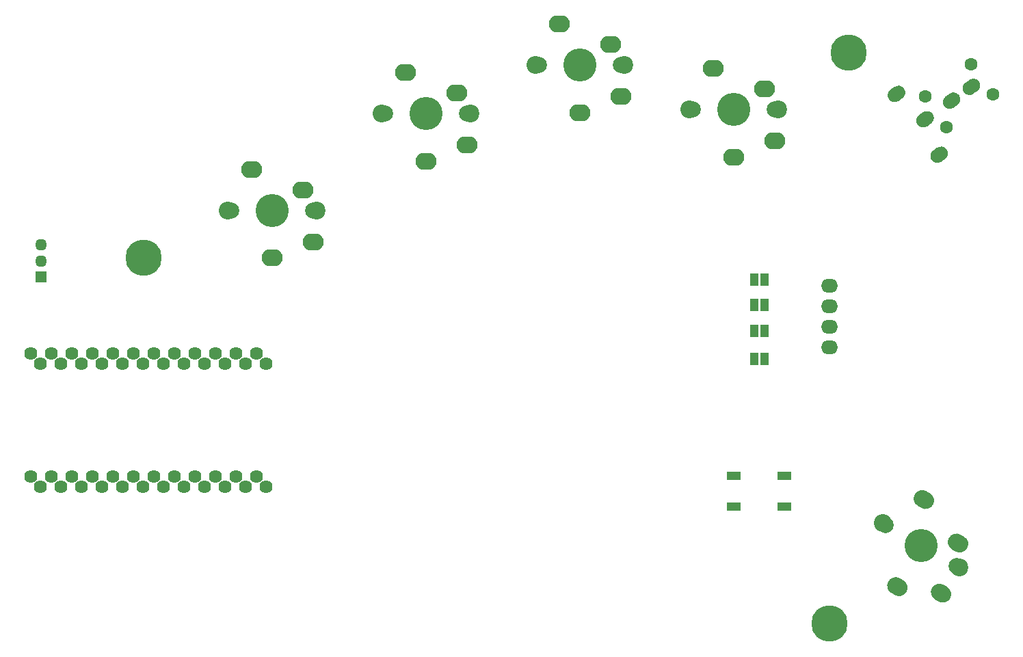
<source format=gbr>
%TF.GenerationSoftware,KiCad,Pcbnew,5.1.6*%
%TF.CreationDate,2020-10-16T15:45:10+02:00*%
%TF.ProjectId,prominny_kicad,70726f6d-696e-46e7-995f-6b696361642e,rev?*%
%TF.SameCoordinates,Original*%
%TF.FileFunction,Soldermask,Top*%
%TF.FilePolarity,Negative*%
%FSLAX46Y46*%
G04 Gerber Fmt 4.6, Leading zero omitted, Abs format (unit mm)*
G04 Created by KiCad (PCBNEW 5.1.6) date 2020-10-16 15:45:10*
%MOMM*%
%LPD*%
G01*
G04 APERTURE LIST*
%ADD10C,0.800000*%
%ADD11C,4.500000*%
%ADD12O,2.100000X1.700000*%
%ADD13O,1.450000X1.450000*%
%ADD14R,1.450000X1.450000*%
%ADD15C,4.100000*%
%ADD16C,2.200000*%
%ADD17C,2.000000*%
%ADD18O,2.600000X2.100000*%
%ADD19R,1.800000X1.100000*%
%ADD20C,1.624000*%
%ADD21C,1.600000*%
%ADD22R,1.100000X1.600000*%
G04 APERTURE END LIST*
D10*
%TO.C, *%
X233720826Y-132968574D03*
X232554100Y-132485300D03*
X231387374Y-132968574D03*
X230904100Y-134135300D03*
X231387374Y-135302026D03*
X232554100Y-135785300D03*
X233720826Y-135302026D03*
X234204100Y-134135300D03*
D11*
X232554100Y-134135300D03*
%TD*%
%TO.C, *%
X234935200Y-63496000D03*
D10*
X236585200Y-63496000D03*
X236101926Y-64662726D03*
X234935200Y-65146000D03*
X233768474Y-64662726D03*
X233285200Y-63496000D03*
X233768474Y-62329274D03*
X234935200Y-61846000D03*
X236101926Y-62329274D03*
%TD*%
%TO.C, *%
X148794926Y-87727674D03*
X147628200Y-87244400D03*
X146461474Y-87727674D03*
X145978200Y-88894400D03*
X146461474Y-90061126D03*
X147628200Y-90544400D03*
X148794926Y-90061126D03*
X149278200Y-88894400D03*
D11*
X147628200Y-88894400D03*
%TD*%
D12*
%TO.C,Brd1*%
X232554100Y-97466200D03*
X232554100Y-100006200D03*
X232554100Y-94926200D03*
X232554100Y-92386200D03*
%TD*%
D13*
%TO.C,J1*%
X134929000Y-87275500D03*
X134929000Y-89275500D03*
D14*
X134929000Y-91275500D03*
%TD*%
%TO.C,SW7*%
G36*
G01*
X245213097Y-129777499D02*
X245213097Y-129777499D01*
G75*
G02*
X246647424Y-129393172I909327J-525000D01*
G01*
X247080436Y-129643172D01*
G75*
G02*
X247464763Y-131077499I-525000J-909327D01*
G01*
X247464763Y-131077499D01*
G75*
G02*
X246030436Y-131461826I-909327J525000D01*
G01*
X245597424Y-131211826D01*
G75*
G02*
X245213097Y-129777499I525000J909327D01*
G01*
G37*
G36*
G01*
X239796367Y-128959550D02*
X239796367Y-128959550D01*
G75*
G02*
X241230694Y-128575223I909327J-525000D01*
G01*
X241663706Y-128825223D01*
G75*
G02*
X242048033Y-130259550I-525000J-909327D01*
G01*
X242048033Y-130259550D01*
G75*
G02*
X240613706Y-130643877I-909327J525000D01*
G01*
X240180694Y-130393877D01*
G75*
G02*
X239796367Y-128959550I525000J909327D01*
G01*
G37*
G36*
G01*
X247315924Y-123555295D02*
X247315924Y-123555295D01*
G75*
G02*
X248750251Y-123170968I909327J-525000D01*
G01*
X249183263Y-123420968D01*
G75*
G02*
X249567590Y-124855295I-525000J-909327D01*
G01*
X249567590Y-124855295D01*
G75*
G02*
X248133263Y-125239622I-909327J525000D01*
G01*
X247700251Y-124989622D01*
G75*
G02*
X247315924Y-123555295I525000J909327D01*
G01*
G37*
G36*
G01*
X243086662Y-118180591D02*
X243086662Y-118180591D01*
G75*
G02*
X244520989Y-117796264I909327J-525000D01*
G01*
X244954001Y-118046264D01*
G75*
G02*
X245338328Y-119480591I-525000J-909327D01*
G01*
X245338328Y-119480591D01*
G75*
G02*
X243904001Y-119864918I-909327J525000D01*
G01*
X243470989Y-119614918D01*
G75*
G02*
X243086662Y-118180591I525000J909327D01*
G01*
G37*
D15*
X243872200Y-124500000D03*
D16*
X239109060Y-121750000D03*
X248635340Y-127250000D03*
D17*
X248271609Y-127040000D03*
X239472791Y-121960000D03*
%TD*%
D18*
%TO.C,SW5*%
X206699800Y-68900000D03*
X201599800Y-70900000D03*
X205409800Y-62460000D03*
X199059800Y-59920000D03*
D15*
X201599800Y-65000000D03*
D16*
X196099800Y-65000000D03*
X207099800Y-65000000D03*
D17*
X206679800Y-65000000D03*
X196519800Y-65000000D03*
%TD*%
D18*
%TO.C,SW4*%
X187651000Y-74900000D03*
X182551000Y-76900000D03*
X186361000Y-68460000D03*
X180011000Y-65920000D03*
D15*
X182551000Y-71000000D03*
D16*
X177051000Y-71000000D03*
X188051000Y-71000000D03*
D17*
X187631000Y-71000000D03*
X177471000Y-71000000D03*
%TD*%
D18*
%TO.C,SW3*%
X168602200Y-86900000D03*
X163502200Y-88900000D03*
X167312200Y-80460000D03*
X160962200Y-77920000D03*
D15*
X163502200Y-83000000D03*
D16*
X158002200Y-83000000D03*
X169002200Y-83000000D03*
D17*
X168582200Y-83000000D03*
X158422200Y-83000000D03*
%TD*%
D18*
%TO.C,SW6*%
X225748600Y-74400000D03*
X220648600Y-76400000D03*
X224458600Y-67960000D03*
X218108600Y-65420000D03*
D15*
X220648600Y-70500000D03*
D16*
X215148600Y-70500000D03*
X226148600Y-70500000D03*
D17*
X225728600Y-70500000D03*
X215568600Y-70500000D03*
%TD*%
D19*
%TO.C,SW1*%
X220673400Y-115861300D03*
X226973400Y-115861300D03*
X220673400Y-119661300D03*
X226973400Y-119661300D03*
%TD*%
D20*
%TO.C,U2*%
X139927645Y-102009415D03*
X157707645Y-117249415D03*
X150087645Y-102009415D03*
X147547645Y-117249415D03*
X142467645Y-117249415D03*
X160247645Y-102009415D03*
X139927645Y-117249415D03*
X134847645Y-117249415D03*
X155167645Y-102009415D03*
X162787645Y-117249415D03*
X147547645Y-102009415D03*
X137387645Y-102009415D03*
X142467645Y-102009415D03*
X145007645Y-102009415D03*
X157707645Y-102009415D03*
X152627645Y-102009415D03*
X155167645Y-117249415D03*
X152627645Y-117249415D03*
X162787645Y-102009415D03*
X160247645Y-117249415D03*
X137387645Y-117249415D03*
X134847645Y-102009415D03*
X150087645Y-117249415D03*
X145007645Y-117249415D03*
X133651900Y-100710600D03*
X136191900Y-100710600D03*
X138731900Y-100710600D03*
X141271900Y-100710600D03*
X143811900Y-100710600D03*
X146351900Y-100710600D03*
X148891900Y-100710600D03*
X151431900Y-100710600D03*
X153971900Y-100710600D03*
X156511900Y-100710600D03*
X159051900Y-100710600D03*
X161591900Y-100710600D03*
X161591900Y-115950600D03*
X159051900Y-115950600D03*
X156511900Y-115950600D03*
X153971900Y-115950600D03*
X151431900Y-115950600D03*
X148891900Y-115950600D03*
X146351900Y-115950600D03*
X143811900Y-115950600D03*
X141271900Y-115950600D03*
X138731900Y-115950600D03*
X136191900Y-115950600D03*
X133651900Y-115950600D03*
%TD*%
%TO.C,U1*%
G36*
G01*
X246901114Y-68909068D02*
X247392606Y-68564922D01*
G75*
G02*
X248576425Y-68773661I487540J-696279D01*
G01*
X248576425Y-68773661D01*
G75*
G02*
X248367686Y-69957480I-696279J-487540D01*
G01*
X247876194Y-70301626D01*
G75*
G02*
X246692375Y-70092887I-487540J696279D01*
G01*
X246692375Y-70092887D01*
G75*
G02*
X246901114Y-68909068I696279J487540D01*
G01*
G37*
D21*
X250083274Y-64910773D03*
X244349210Y-68925808D03*
G36*
G01*
X249358570Y-67188339D02*
X249850062Y-66844193D01*
G75*
G02*
X251033881Y-67052932I487540J-696279D01*
G01*
X251033881Y-67052932D01*
G75*
G02*
X250825142Y-68236751I-696279J-487540D01*
G01*
X250333650Y-68580897D01*
G75*
G02*
X249149831Y-68372158I-487540J696279D01*
G01*
X249149831Y-68372158D01*
G75*
G02*
X249358570Y-67188339I696279J487540D01*
G01*
G37*
G36*
G01*
X243624506Y-71203374D02*
X244115998Y-70859228D01*
G75*
G02*
X245299817Y-71067967I487540J-696279D01*
G01*
X245299817Y-71067967D01*
G75*
G02*
X245091078Y-72251786I-696279J-487540D01*
G01*
X244599586Y-72595932D01*
G75*
G02*
X243415767Y-72387193I-487540J696279D01*
G01*
X243415767Y-72387193D01*
G75*
G02*
X243624506Y-71203374I696279J487540D01*
G01*
G37*
G36*
G01*
X240084987Y-68066208D02*
X240576479Y-67722062D01*
G75*
G02*
X241760298Y-67930801I487540J-696279D01*
G01*
X241760298Y-67930801D01*
G75*
G02*
X241551559Y-69114620I-696279J-487540D01*
G01*
X241060067Y-69458766D01*
G75*
G02*
X239876248Y-69250027I-487540J696279D01*
G01*
X239876248Y-69250027D01*
G75*
G02*
X240084987Y-68066208I696279J487540D01*
G01*
G37*
G36*
G01*
X245361891Y-75602407D02*
X245853383Y-75258261D01*
G75*
G02*
X247037202Y-75467000I487540J-696279D01*
G01*
X247037202Y-75467000D01*
G75*
G02*
X246828463Y-76650819I-696279J-487540D01*
G01*
X246336971Y-76994965D01*
G75*
G02*
X245153152Y-76786226I-487540J696279D01*
G01*
X245153152Y-76786226D01*
G75*
G02*
X245361891Y-75602407I696279J487540D01*
G01*
G37*
X252721726Y-68678872D03*
X246987661Y-72693907D03*
%TD*%
D22*
%TO.C,JP4*%
X223173400Y-101381100D03*
X224473400Y-101381100D03*
%TD*%
%TO.C,JP3*%
X223173400Y-97918800D03*
X224473400Y-97918800D03*
%TD*%
%TO.C,JP2*%
X223173400Y-94744000D03*
X224473400Y-94744000D03*
%TD*%
%TO.C,JP1*%
X223173400Y-91569200D03*
X224473400Y-91569200D03*
%TD*%
M02*

</source>
